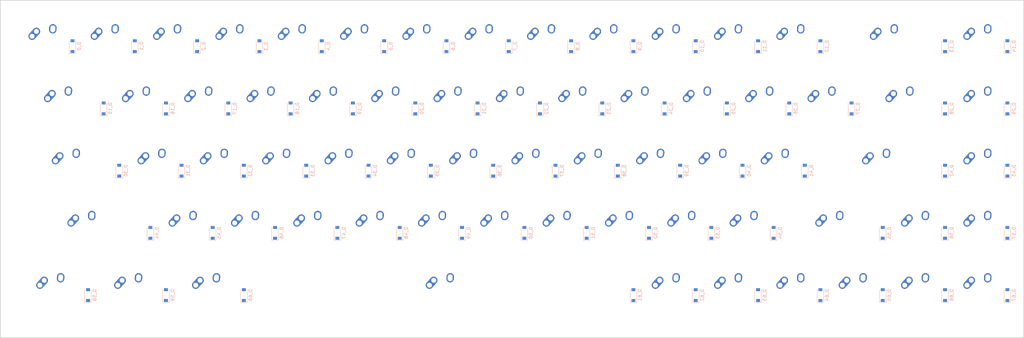
<source format=kicad_pcb>
(kicad_pcb (version 20211014) (generator pcbnew)
  (layers (0 "F.Cu" signal) (31 "B.Cu" signal) (34 "B.Paste" user) (35 "F.Paste" user) (36 "B.SilkS" user "B.Silkscreen") (37 "F.SilkS" user "F.Silkscreen") (38 "B.Mask" user) (39 "F.Mask" user) (44 "Edge.Cuts" user))
  (net 0 "")
  (net 1 "col0")
  (net 2 "col1")
  (net 3 "col2")
  (net 4 "col3")
  (net 5 "col4")
  (net 6 "col5")
  (net 7 "col6")
  (net 8 "col7")
  (net 9 "col8")
  (net 10 "col9")
  (net 11 "col10")
  (net 12 "col11")
  (net 13 "col12")
  (net 14 "col13")
  (net 15 "col14")
  (net 16 "col15")
  (net 17 "row0")
  (net 18 "row1")
  (net 19 "row2")
  (net 20 "row3")
  (net 21 "row4")
  (net 22 "Net-(D_0-Pad2)")
  (net 23 "Net-(D_1-Pad2)")
  (net 24 "Net-(D_2-Pad2)")
  (net 25 "Net-(D_3-Pad2)")
  (net 26 "Net-(D_4-Pad2)")
  (net 27 "Net-(D_5-Pad2)")
  (net 28 "Net-(D_6-Pad2)")
  (net 29 "Net-(D_7-Pad2)")
  (net 30 "Net-(D_8-Pad2)")
  (net 31 "Net-(D_9-Pad2)")
  (net 32 "Net-(D_10-Pad2)")
  (net 33 "Net-(D_11-Pad2)")
  (net 34 "Net-(D_12-Pad2)")
  (net 35 "Net-(D_13-Pad2)")
  (net 36 "Net-(D_14-Pad2)")
  (net 37 "Net-(D_15-Pad2)")
  (net 38 "Net-(D_16-Pad2)")
  (net 39 "Net-(D_17-Pad2)")
  (net 40 "Net-(D_18-Pad2)")
  (net 41 "Net-(D_19-Pad2)")
  (net 42 "Net-(D_20-Pad2)")
  (net 43 "Net-(D_21-Pad2)")
  (net 44 "Net-(D_22-Pad2)")
  (net 45 "Net-(D_23-Pad2)")
  (net 46 "Net-(D_24-Pad2)")
  (net 47 "Net-(D_25-Pad2)")
  (net 48 "Net-(D_26-Pad2)")
  (net 49 "Net-(D_27-Pad2)")
  (net 50 "Net-(D_28-Pad2)")
  (net 51 "Net-(D_29-Pad2)")
  (net 52 "Net-(D_30-Pad2)")
  (net 53 "Net-(D_31-Pad2)")
  (net 54 "Net-(D_32-Pad2)")
  (net 55 "Net-(D_33-Pad2)")
  (net 56 "Net-(D_34-Pad2)")
  (net 57 "Net-(D_35-Pad2)")
  (net 58 "Net-(D_36-Pad2)")
  (net 59 "Net-(D_37-Pad2)")
  (net 60 "Net-(D_38-Pad2)")
  (net 61 "Net-(D_39-Pad2)")
  (net 62 "Net-(D_40-Pad2)")
  (net 63 "Net-(D_41-Pad2)")
  (net 64 "Net-(D_42-Pad2)")
  (net 65 "Net-(D_43-Pad2)")
  (net 66 "Net-(D_44-Pad2)")
  (net 67 "Net-(D_45-Pad2)")
  (net 68 "Net-(D_46-Pad2)")
  (net 69 "Net-(D_47-Pad2)")
  (net 70 "Net-(D_48-Pad2)")
  (net 71 "Net-(D_49-Pad2)")
  (net 72 "Net-(D_50-Pad2)")
  (net 73 "Net-(D_51-Pad2)")
  (net 74 "Net-(D_52-Pad2)")
  (net 75 "Net-(D_53-Pad2)")
  (net 76 "Net-(D_54-Pad2)")
  (net 77 "Net-(D_55-Pad2)")
  (net 78 "Net-(D_56-Pad2)")
  (net 79 "Net-(D_57-Pad2)")
  (net 80 "Net-(D_58-Pad2)")
  (net 81 "Net-(D_59-Pad2)")
  (net 82 "Net-(D_60-Pad2)")
  (net 83 "Net-(D_61-Pad2)")
  (net 84 "Net-(D_62-Pad2)")
  (net 85 "Net-(D_63-Pad2)")
  (net 86 "Net-(D_64-Pad2)")
  (net 87 "Net-(D_65-Pad2)")
  (net 88 "Net-(D_66-Pad2)")
  (net 89 "Net-(D_67-Pad2)")
  (footprint "MX_Alps_Hybrid:MX-1U-NoLED" (layer "F.Cu") (at 233.41 221.75)
    (fp_text reference "K_47")
    (fp_text value "KEYSW")
  )
  (footprint "MX_Alps_Hybrid:MX-1U-NoLED" (layer "F.Cu") (at 190.5475 164.6)
    (fp_text reference "K_2")
    (fp_text value "KEYSW")
  )
  (footprint "MX_Alps_Hybrid:MX-1U-NoLED" (layer "F.Cu") (at 342.9475 164.6)
    (fp_text reference "K_10")
    (fp_text value "KEYSW")
  )
  (footprint "MX_Alps_Hybrid:MX-1U-NoLED" (layer "F.Cu") (at 200.0725 183.65)
    (fp_text reference "K_17")
    (fp_text value "KEYSW")
  )
  (footprint "MX_Alps_Hybrid:MX-1U-NoLED" (layer "F.Cu") (at 376.285 202.7)
    (fp_text reference "K_41")
    (fp_text value "KEYSW")
  )
  (footprint "MX_Alps_Hybrid:MX-1U-NoLED" (layer "F.Cu") (at 238.1725 183.65)
    (fp_text reference "K_19")
    (fp_text value "KEYSW")
  )
  (footprint "MX_Alps_Hybrid:MX-1.25U-NoLED" (layer "F.Cu") (at 178.64125 240.8)
    (fp_text reference "K_59")
    (fp_text value "KEYSW")
  )
  (footprint "MX_Alps_Hybrid:MX-1U-NoLED" (layer "F.Cu") (at 281.035 202.7)
    (fp_text reference "K_36")
    (fp_text value "KEYSW")
  )
  (footprint "MX_Alps_Hybrid:MX-1U-NoLED" (layer "F.Cu") (at 390.5725 183.65)
    (fp_text reference "K_27")
    (fp_text value "KEYSW")
  )
  (footprint "MX_Alps_Hybrid:MX-1U-NoLED" (layer "F.Cu") (at 309.61 221.75)
    (fp_text reference "K_51")
    (fp_text value "KEYSW")
  )
  (footprint "MX_Alps_Hybrid:MX-1U-NoLED" (layer "F.Cu") (at 371.5225 183.65)
    (fp_text reference "K_26")
    (fp_text value "KEYSW")
  )
  (footprint "MX_Alps_Hybrid:MX-1U-NoLED" (layer "F.Cu") (at 304.8475 164.6)
    (fp_text reference "K_8")
    (fp_text value "KEYSW")
  )
  (footprint "MX_Alps_Hybrid:MX-1U-NoLED" (layer "F.Cu") (at 223.885 202.7)
    (fp_text reference "K_33")
    (fp_text value "KEYSW")
  )
  (footprint "MX_Alps_Hybrid:MX-1U-NoLED" (layer "F.Cu") (at 295.3225 183.65)
    (fp_text reference "K_22")
    (fp_text value "KEYSW")
  )
  (footprint "MX_Alps_Hybrid:MX-2.25U-NoLED" (layer "F.Cu") (at 164.35375 221.75)
    (fp_text reference "K_44")
    (fp_text value "KEYSW")
  )
  (footprint "MX_Alps_Hybrid:MX-1U-NoLED" (layer "F.Cu") (at 338.185 202.7)
    (fp_text reference "K_39")
    (fp_text value "KEYSW")
  )
  (footprint "MX_Alps_Hybrid:MX-1U-NoLED" (layer "F.Cu") (at 361.9975 240.8)
    (fp_text reference "K_63")
    (fp_text value "KEYSW")
  )
  (footprint "MX_Alps_Hybrid:MX-1U-NoLED" (layer "F.Cu") (at 214.36 221.75)
    (fp_text reference "K_46")
    (fp_text value "KEYSW")
  )
  (footprint "MX_Alps_Hybrid:MX-1U-NoLED" (layer "F.Cu") (at 381.0475 164.6)
    (fp_text reference "K_12")
    (fp_text value "KEYSW")
  )
  (footprint "MX_Alps_Hybrid:MX-1U-NoLED" (layer "F.Cu") (at 438.1975 202.7)
    (fp_text reference "K_43")
    (fp_text value "KEYSW")
  )
  (footprint "MX_Alps_Hybrid:MX-1U-NoLED" (layer "F.Cu") (at 361.9975 164.6)
    (fp_text reference "K_11")
    (fp_text value "KEYSW")
  )
  (footprint "MX_Alps_Hybrid:MX-1U-NoLED" (layer "F.Cu") (at 319.135 202.7)
    (fp_text reference "K_38")
    (fp_text value "KEYSW")
  )
  (footprint "MX_Alps_Hybrid:MX-1.25U-NoLED" (layer "F.Cu") (at 202.45375 240.8)
    (fp_text reference "K_60")
    (fp_text value "KEYSW")
  )
  (footprint "MX_Alps_Hybrid:MX-1U-NoLED" (layer "F.Cu") (at 438.1975 240.8)
    (fp_text reference "K_67")
    (fp_text value "KEYSW")
  )
  (footprint "MX_Alps_Hybrid:MX-1U-NoLED" (layer "F.Cu") (at 242.935 202.7)
    (fp_text reference "K_34")
    (fp_text value "KEYSW")
  )
  (footprint "MX_Alps_Hybrid:MX-1U-NoLED" (layer "F.Cu") (at 352.4725 183.65)
    (fp_text reference "K_25")
    (fp_text value "KEYSW")
  )
  (footprint "MX_Alps_Hybrid:MX-1U-NoLED" (layer "F.Cu") (at 276.2725 183.65)
    (fp_text reference "K_21")
    (fp_text value "KEYSW")
  )
  (footprint "MX_Alps_Hybrid:MX-6.25U-NoLED" (layer "F.Cu") (at 273.89125 240.8)
    (fp_text reference "K_61")
    (fp_text value "KEYSW")
  )
  (footprint "MX_Alps_Hybrid:MX-1U-NoLED" (layer "F.Cu") (at 438.1975 221.75)
    (fp_text reference "K_57")
    (fp_text value "KEYSW")
  )
  (footprint "MX_Alps_Hybrid:MX-1U-NoLED" (layer "F.Cu") (at 290.56 221.75)
    (fp_text reference "K_50")
    (fp_text value "KEYSW")
  )
  (footprint "MX_Alps_Hybrid:MX-1U-NoLED" (layer "F.Cu") (at 366.76 221.75)
    (fp_text reference "K_54")
    (fp_text value "KEYSW")
  )
  (footprint "MX_Alps_Hybrid:MX-1U-NoLED" (layer "F.Cu") (at 152.4475 164.6)
    (fp_text reference "K_0")
    (fp_text value "KEYSW")
  )
  (footprint "MX_Alps_Hybrid:MX-1U-NoLED" (layer "F.Cu") (at 300.085 202.7)
    (fp_text reference "K_37")
    (fp_text value "KEYSW")
  )
  (footprint "MX_Alps_Hybrid:MX-1U-NoLED" (layer "F.Cu") (at 266.7475 164.6)
    (fp_text reference "K_6")
    (fp_text value "KEYSW")
  )
  (footprint "MX_Alps_Hybrid:MX-1U-NoLED" (layer "F.Cu") (at 271.51 221.75)
    (fp_text reference "K_49")
    (fp_text value "KEYSW")
  )
  (footprint "MX_Alps_Hybrid:MX-1U-NoLED" (layer "F.Cu") (at 357.235 202.7)
    (fp_text reference "K_40")
    (fp_text value "KEYSW")
  )
  (footprint "MX_Alps_Hybrid:MX-1.75U-NoLED" (layer "F.Cu") (at 392.95375 221.75)
    (fp_text reference "K_55")
    (fp_text value "KEYSW")
  )
  (footprint "MX_Alps_Hybrid:MX-1U-NoLED" (layer "F.Cu") (at 438.1975 183.65)
    (fp_text reference "K_29")
    (fp_text value "KEYSW")
  )
  (footprint "MX_Alps_Hybrid:MX-1U-NoLED" (layer "F.Cu") (at 261.985 202.7)
    (fp_text reference "K_35")
    (fp_text value "KEYSW")
  )
  (footprint "MX_Alps_Hybrid:MX-1U-NoLED" (layer "F.Cu") (at 342.9475 240.8)
    (fp_text reference "K_62")
    (fp_text value "KEYSW")
  )
  (footprint "MX_Alps_Hybrid:MX-1U-NoLED" (layer "F.Cu") (at 381.0475 240.8)
    (fp_text reference "K_64")
    (fp_text value "KEYSW")
  )
  (footprint "MX_Alps_Hybrid:MX-1U-NoLED" (layer "F.Cu") (at 323.8975 164.6)
    (fp_text reference "K_9")
    (fp_text value "KEYSW")
  )
  (footprint "MX_Alps_Hybrid:MX-1U-NoLED" (layer "F.Cu") (at 228.6475 164.6)
    (fp_text reference "K_4")
    (fp_text value "KEYSW")
  )
  (footprint "MX_Alps_Hybrid:MX-1.5U-NoLED" (layer "F.Cu") (at 157.21 183.65)
    (fp_text reference "K_15")
    (fp_text value "KEYSW")
  )
  (footprint "MX_Alps_Hybrid:MX-1U-NoLED" (layer "F.Cu") (at 438.1975 164.6)
    (fp_text reference "K_14")
    (fp_text value "KEYSW")
  )
  (footprint "MX_Alps_Hybrid:MX-1U-NoLED" (layer "F.Cu") (at 209.5975 164.6)
    (fp_text reference "K_3")
    (fp_text value "KEYSW")
  )
  (footprint "MX_Alps_Hybrid:MX-1U-NoLED" (layer "F.Cu") (at 204.835 202.7)
    (fp_text reference "K_32")
    (fp_text value "KEYSW")
  )
  (footprint "MX_Alps_Hybrid:MX-1U-NoLED" (layer "F.Cu") (at 171.4975 164.6)
    (fp_text reference "K_1")
    (fp_text value "KEYSW")
  )
  (footprint "MX_Alps_Hybrid:MX-1.5U-NoLED" (layer "F.Cu") (at 414.385 183.65)
    (fp_text reference "K_28")
    (fp_text value "KEYSW")
  )
  (footprint "MX_Alps_Hybrid:MX-1U-NoLED" (layer "F.Cu") (at 181.0225 183.65)
    (fp_text reference "K_16")
    (fp_text value "KEYSW")
  )
  (footprint "MX_Alps_Hybrid:MX-2.25U-NoLED" (layer "F.Cu") (at 407.24125 202.7)
    (fp_text reference "K_42")
    (fp_text value "KEYSW")
  )
  (footprint "MX_Alps_Hybrid:MX-1U-NoLED" (layer "F.Cu") (at 257.2225 183.65)
    (fp_text reference "K_20")
    (fp_text value "KEYSW")
  )
  (footprint "MX_Alps_Hybrid:MX-1U-NoLED" (layer "F.Cu") (at 347.71 221.75)
    (fp_text reference "K_53")
    (fp_text value "KEYSW")
  )
  (footprint "MX_Alps_Hybrid:MX-1U-NoLED" (layer "F.Cu") (at 419.1475 221.75)
    (fp_text reference "K_56")
    (fp_text value "KEYSW")
  )
  (footprint "MX_Alps_Hybrid:MX-2U-NoLED" (layer "F.Cu") (at 409.6225 164.6)
    (fp_text reference "K_13")
    (fp_text value "KEYSW")
  )
  (footprint "MX_Alps_Hybrid:MX-1U-NoLED" (layer "F.Cu") (at 185.785 202.7)
    (fp_text reference "K_31")
    (fp_text value "KEYSW")
  )
  (footprint "MX_Alps_Hybrid:MX-1U-NoLED" (layer "F.Cu") (at 252.46 221.75)
    (fp_text reference "K_48")
    (fp_text value "KEYSW")
  )
  (footprint "MX_Alps_Hybrid:MX-1U-NoLED" (layer "F.Cu") (at 285.7975 164.6)
    (fp_text reference "K_7")
    (fp_text value "KEYSW")
  )
  (footprint "MX_Alps_Hybrid:MX-1U-NoLED" (layer "F.Cu") (at 400.0975 240.8)
    (fp_text reference "K_65")
    (fp_text value "KEYSW")
  )
  (footprint "MX_Alps_Hybrid:MX-1U-NoLED" (layer "F.Cu") (at 419.1475 240.8)
    (fp_text reference "K_66")
    (fp_text value "KEYSW")
  )
  (footprint "MX_Alps_Hybrid:MX-1U-NoLED" (layer "F.Cu") (at 219.1225 183.65)
    (fp_text reference "K_18")
    (fp_text value "KEYSW")
  )
  (footprint "MX_Alps_Hybrid:MX-1U-NoLED" (layer "F.Cu") (at 333.4225 183.65)
    (fp_text reference "K_24")
    (fp_text value "KEYSW")
  )
  (footprint "MX_Alps_Hybrid:MX-1.75U-NoLED" (layer "F.Cu") (at 159.59125 202.7)
    (fp_text reference "K_30")
    (fp_text value "KEYSW")
  )
  (footprint "MX_Alps_Hybrid:MX-1U-NoLED" (layer "F.Cu") (at 247.6975 164.6)
    (fp_text reference "K_5")
    (fp_text value "KEYSW")
  )
  (footprint "MX_Alps_Hybrid:MX-1.25U-NoLED" (layer "F.Cu") (at 154.82875 240.8)
    (fp_text reference "K_58")
    (fp_text value "KEYSW")
  )
  (footprint "MX_Alps_Hybrid:MX-1U-NoLED" (layer "F.Cu") (at 314.3725 183.65)
    (fp_text reference "K_23")
    (fp_text value "KEYSW")
  )
  (footprint "MX_Alps_Hybrid:MX-1U-NoLED" (layer "F.Cu") (at 328.66 221.75)
    (fp_text reference "K_52")
    (fp_text value "KEYSW")
  )
  (footprint "MX_Alps_Hybrid:MX-1U-NoLED" (layer "F.Cu") (at 195.31 221.75)
    (fp_text reference "K_45")
    (fp_text value "KEYSW")
  )
  (footprint "Diode_SMD:D_SOD-123" (layer "B.Cu") (at 360.9975 184.15 90)
    (fp_text reference "D_25")
    (fp_text value "D")
  )
  (footprint "Diode_SMD:D_SOD-123" (layer "B.Cu") (at 427.6725 165.1 90)
    (fp_text reference "D_13")
    (fp_text value "D")
  )
  (footprint "Diode_SMD:D_SOD-123" (layer "B.Cu") (at 318.135 222.25 90)
    (fp_text reference "D_51")
    (fp_text value "D")
  )
  (footprint "Diode_SMD:D_SOD-123" (layer "B.Cu") (at 370.5225 165.1 90)
    (fp_text reference "D_11")
    (fp_text value "D")
  )
  (footprint "Diode_SMD:D_SOD-123" (layer "B.Cu") (at 446.7225 241.3 90)
    (fp_text reference "D_67")
    (fp_text value "D")
  )
  (footprint "Diode_SMD:D_SOD-123" (layer "B.Cu") (at 351.4725 241.3 90)
    (fp_text reference "D_62")
    (fp_text value "D")
  )
  (footprint "Diode_SMD:D_SOD-123" (layer "B.Cu") (at 165.735 241.3 90)
    (fp_text reference "D_58")
    (fp_text value "D")
  )
  (footprint "Diode_SMD:D_SOD-123" (layer "B.Cu") (at 199.0725 165.1 90)
    (fp_text reference "D_2")
    (fp_text value "D")
  )
  (footprint "Diode_SMD:D_SOD-123" (layer "B.Cu") (at 322.8975 184.15 90)
    (fp_text reference "D_23")
    (fp_text value "D")
  )
  (footprint "Diode_SMD:D_SOD-123" (layer "B.Cu") (at 380.0475 184.15 90)
    (fp_text reference "D_26")
    (fp_text value "D")
  )
  (footprint "Diode_SMD:D_SOD-123" (layer "B.Cu") (at 427.6725 203.2 90)
    (fp_text reference "D_42")
    (fp_text value "D")
  )
  (footprint "Diode_SMD:D_SOD-123" (layer "B.Cu") (at 332.4225 165.1 90)
    (fp_text reference "D_9")
    (fp_text value "D")
  )
  (footprint "Diode_SMD:D_SOD-123" (layer "B.Cu") (at 180.0225 165.1 90)
    (fp_text reference "D_1")
    (fp_text value "D")
  )
  (footprint "Diode_SMD:D_SOD-123" (layer "B.Cu") (at 294.3225 165.1 90)
    (fp_text reference "D_7")
    (fp_text value "D")
  )
  (footprint "Diode_SMD:D_SOD-123" (layer "B.Cu") (at 213.36 241.3 90)
    (fp_text reference "D_60")
    (fp_text value "D")
  )
  (footprint "Diode_SMD:D_SOD-123" (layer "B.Cu") (at 427.6725 184.15 90)
    (fp_text reference "D_28")
    (fp_text value "D")
  )
  (footprint "Diode_SMD:D_SOD-123" (layer "B.Cu") (at 232.41 203.2 90)
    (fp_text reference "D_33")
    (fp_text value "D")
  )
  (footprint "Diode_SMD:D_SOD-123" (layer "B.Cu") (at 389.5725 241.3 90)
    (fp_text reference "D_64")
    (fp_text value "D")
  )
  (footprint "Diode_SMD:D_SOD-123" (layer "B.Cu") (at 256.2225 165.1 90)
    (fp_text reference "D_5")
    (fp_text value "D")
  )
  (footprint "Diode_SMD:D_SOD-123" (layer "B.Cu") (at 313.3725 165.1 90)
    (fp_text reference "D_8")
    (fp_text value "D")
  )
  (footprint "Diode_SMD:D_SOD-123" (layer "B.Cu") (at 427.6725 222.25 90)
    (fp_text reference "D_56")
    (fp_text value "D")
  )
  (footprint "Diode_SMD:D_SOD-123" (layer "B.Cu") (at 246.6975 184.15 90)
    (fp_text reference "D_19")
    (fp_text value "D")
  )
  (footprint "Diode_SMD:D_SOD-123" (layer "B.Cu") (at 194.31 203.2 90)
    (fp_text reference "D_31")
    (fp_text value "D")
  )
  (footprint "Diode_SMD:D_SOD-123" (layer "B.Cu") (at 170.4975 184.15 90)
    (fp_text reference "D_15")
    (fp_text value "D")
  )
  (footprint "Diode_SMD:D_SOD-123" (layer "B.Cu") (at 284.7975 184.15 90)
    (fp_text reference "D_21")
    (fp_text value "D")
  )
  (footprint "Diode_SMD:D_SOD-123" (layer "B.Cu") (at 308.61 203.2 90)
    (fp_text reference "D_37")
    (fp_text value "D")
  )
  (footprint "Diode_SMD:D_SOD-123" (layer "B.Cu") (at 184.785 222.25 90)
    (fp_text reference "D_44")
    (fp_text value "D")
  )
  (footprint "Diode_SMD:D_SOD-123" (layer "B.Cu") (at 241.935 222.25 90)
    (fp_text reference "D_47")
    (fp_text value "D")
  )
  (footprint "Diode_SMD:D_SOD-123" (layer "B.Cu") (at 175.26 203.2 90)
    (fp_text reference "D_30")
    (fp_text value "D")
  )
  (footprint "Diode_SMD:D_SOD-123" (layer "B.Cu") (at 399.0975 184.15 90)
    (fp_text reference "D_27")
    (fp_text value "D")
  )
  (footprint "Diode_SMD:D_SOD-123" (layer "B.Cu") (at 370.5225 241.3 90)
    (fp_text reference "D_63")
    (fp_text value "D")
  )
  (footprint "Diode_SMD:D_SOD-123" (layer "B.Cu") (at 332.4225 241.3 90)
    (fp_text reference "D_61")
    (fp_text value "D")
  )
  (footprint "Diode_SMD:D_SOD-123" (layer "B.Cu") (at 160.9725 165.1 90)
    (fp_text reference "D_0")
    (fp_text value "D")
  )
  (footprint "Diode_SMD:D_SOD-123" (layer "B.Cu") (at 227.6475 184.15 90)
    (fp_text reference "D_18")
    (fp_text value "D")
  )
  (footprint "Diode_SMD:D_SOD-123" (layer "B.Cu") (at 446.7225 222.25 90)
    (fp_text reference "D_57")
    (fp_text value "D")
  )
  (footprint "Diode_SMD:D_SOD-123" (layer "B.Cu") (at 299.085 222.25 90)
    (fp_text reference "D_50")
    (fp_text value "D")
  )
  (footprint "Diode_SMD:D_SOD-123" (layer "B.Cu") (at 203.835 222.25 90)
    (fp_text reference "D_45")
    (fp_text value "D")
  )
  (footprint "Diode_SMD:D_SOD-123" (layer "B.Cu") (at 213.36 203.2 90)
    (fp_text reference "D_32")
    (fp_text value "D")
  )
  (footprint "Diode_SMD:D_SOD-123" (layer "B.Cu") (at 327.66 203.2 90)
    (fp_text reference "D_38")
    (fp_text value "D")
  )
  (footprint "Diode_SMD:D_SOD-123" (layer "B.Cu") (at 346.71 203.2 90)
    (fp_text reference "D_39")
    (fp_text value "D")
  )
  (footprint "Diode_SMD:D_SOD-123" (layer "B.Cu") (at 446.7225 203.2 90)
    (fp_text reference "D_43")
    (fp_text value "D")
  )
  (footprint "Diode_SMD:D_SOD-123" (layer "B.Cu") (at 265.7475 184.15 90)
    (fp_text reference "D_20")
    (fp_text value "D")
  )
  (footprint "Diode_SMD:D_SOD-123" (layer "B.Cu") (at 260.985 222.25 90)
    (fp_text reference "D_48")
    (fp_text value "D")
  )
  (footprint "Diode_SMD:D_SOD-123" (layer "B.Cu") (at 275.2725 165.1 90)
    (fp_text reference "D_6")
    (fp_text value "D")
  )
  (footprint "Diode_SMD:D_SOD-123" (layer "B.Cu") (at 280.035 222.25 90)
    (fp_text reference "D_49")
    (fp_text value "D")
  )
  (footprint "Diode_SMD:D_SOD-123" (layer "B.Cu") (at 384.81 203.2 90)
    (fp_text reference "D_41")
    (fp_text value "D")
  )
  (footprint "Diode_SMD:D_SOD-123" (layer "B.Cu") (at 356.235 222.25 90)
    (fp_text reference "D_53")
    (fp_text value "D")
  )
  (footprint "Diode_SMD:D_SOD-123" (layer "B.Cu") (at 408.6225 241.3 90)
    (fp_text reference "D_65")
    (fp_text value "D")
  )
  (footprint "Diode_SMD:D_SOD-123" (layer "B.Cu") (at 208.5975 184.15 90)
    (fp_text reference "D_17")
    (fp_text value "D")
  )
  (footprint "Diode_SMD:D_SOD-123" (layer "B.Cu") (at 341.9475 184.15 90)
    (fp_text reference "D_24")
    (fp_text value "D")
  )
  (footprint "Diode_SMD:D_SOD-123" (layer "B.Cu") (at 222.885 222.25 90)
    (fp_text reference "D_46")
    (fp_text value "D")
  )
  (footprint "Diode_SMD:D_SOD-123" (layer "B.Cu") (at 446.7225 165.1 90)
    (fp_text reference "D_14")
    (fp_text value "D")
  )
  (footprint "Diode_SMD:D_SOD-123" (layer "B.Cu") (at 189.5475 184.15 90)
    (fp_text reference "D_16")
    (fp_text value "D")
  )
  (footprint "Diode_SMD:D_SOD-123" (layer "B.Cu") (at 389.5725 165.1 90)
    (fp_text reference "D_12")
    (fp_text value "D")
  )
  (footprint "Diode_SMD:D_SOD-123" (layer "B.Cu") (at 375.285 222.25 90)
    (fp_text reference "D_54")
    (fp_text value "D")
  )
  (footprint "Diode_SMD:D_SOD-123" (layer "B.Cu") (at 251.46 203.2 90)
    (fp_text reference "D_34")
    (fp_text value "D")
  )
  (footprint "Diode_SMD:D_SOD-123" (layer "B.Cu") (at 337.185 222.25 90)
    (fp_text reference "D_52")
    (fp_text value "D")
  )
  (footprint "Diode_SMD:D_SOD-123" (layer "B.Cu") (at 270.51 203.2 90)
    (fp_text reference "D_35")
    (fp_text value "D")
  )
  (footprint "Diode_SMD:D_SOD-123" (layer "B.Cu") (at 237.1725 165.1 90)
    (fp_text reference "D_4")
    (fp_text value "D")
  )
  (footprint "Diode_SMD:D_SOD-123" (layer "B.Cu") (at 189.5475 241.3 90)
    (fp_text reference "D_59")
    (fp_text value "D")
  )
  (footprint "Diode_SMD:D_SOD-123" (layer "B.Cu") (at 303.8475 184.15 90)
    (fp_text reference "D_22")
    (fp_text value "D")
  )
  (footprint "Diode_SMD:D_SOD-123" (layer "B.Cu") (at 218.1225 165.1 90)
    (fp_text reference "D_3")
    (fp_text value "D")
  )
  (footprint "Diode_SMD:D_SOD-123" (layer "B.Cu") (at 365.76 203.2 90)
    (fp_text reference "D_40")
    (fp_text value "D")
  )
  (footprint "Diode_SMD:D_SOD-123" (layer "B.Cu") (at 427.6725 241.3 90)
    (fp_text reference "D_66")
    (fp_text value "D")
  )
  (footprint "Diode_SMD:D_SOD-123" (layer "B.Cu") (at 446.7225 184.15 90)
    (fp_text reference "D_29")
    (fp_text value "D")
  )
  (footprint "Diode_SMD:D_SOD-123" (layer "B.Cu") (at 408.6225 222.25 90)
    (fp_text reference "D_55")
    (fp_text value "D")
  )
  (footprint "Diode_SMD:D_SOD-123" (layer "B.Cu") (at 351.4725 165.1 90)
    (fp_text reference "D_10")
    (fp_text value "D")
  )
  (footprint "Diode_SMD:D_SOD-123" (layer "B.Cu") (at 289.56 203.2 90)
    (fp_text reference "D_36")
    (fp_text value "D")
  )
  (gr_line (start 451.7225 254.325) (end 138.9225 254.325) (layer "Edge.Cuts") (width 0.2))
  (gr_line (start 138.9225 151.075) (end 451.7225 151.075) (layer "Edge.Cuts") (width 0.2))
  (gr_arc (start 451.7225 254.325) (mid 451.7225 254.325) (end 451.7225 254.325) (layer "Edge.Cuts") (width 0.2))
  (gr_arc (start 451.7225 151.075) (mid 451.7225 151.075) (end 451.7225 151.075) (layer "Edge.Cuts") (width 0.2))
  (gr_line (start 451.7225 151.075) (end 451.7225 254.325) (layer "Edge.Cuts") (width 0.2))
  (gr_arc (start 138.9225 254.325) (mid 138.9225 254.325) (end 138.9225 254.325) (layer "Edge.Cuts") (width 0.2))
  (gr_line (start 138.9225 254.325) (end 138.9225 151.075) (layer "Edge.Cuts") (width 0.2))
  (gr_arc (start 138.9225 151.075) (mid 138.9225 151.075) (end 138.9225 151.075) (layer "Edge.Cuts") (width 0.2))
)
</source>
